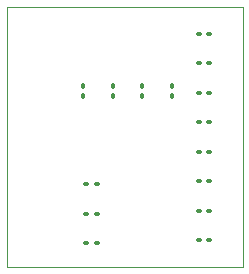
<source format=gtp>
G04 #@! TF.GenerationSoftware,KiCad,Pcbnew,(7.0.0)*
G04 #@! TF.CreationDate,2023-03-10T17:55:38+01:00*
G04 #@! TF.ProjectId,CapacitorBox0201,43617061-6369-4746-9f72-426f78303230,rev?*
G04 #@! TF.SameCoordinates,Original*
G04 #@! TF.FileFunction,Paste,Top*
G04 #@! TF.FilePolarity,Positive*
%FSLAX46Y46*%
G04 Gerber Fmt 4.6, Leading zero omitted, Abs format (unit mm)*
G04 Created by KiCad (PCBNEW (7.0.0)) date 2023-03-10 17:55:38*
%MOMM*%
%LPD*%
G01*
G04 APERTURE LIST*
G04 Aperture macros list*
%AMRoundRect*
0 Rectangle with rounded corners*
0 $1 Rounding radius*
0 $2 $3 $4 $5 $6 $7 $8 $9 X,Y pos of 4 corners*
0 Add a 4 corners polygon primitive as box body*
4,1,4,$2,$3,$4,$5,$6,$7,$8,$9,$2,$3,0*
0 Add four circle primitives for the rounded corners*
1,1,$1+$1,$2,$3*
1,1,$1+$1,$4,$5*
1,1,$1+$1,$6,$7*
1,1,$1+$1,$8,$9*
0 Add four rect primitives between the rounded corners*
20,1,$1+$1,$2,$3,$4,$5,0*
20,1,$1+$1,$4,$5,$6,$7,0*
20,1,$1+$1,$6,$7,$8,$9,0*
20,1,$1+$1,$8,$9,$2,$3,0*%
G04 Aperture macros list end*
%ADD10RoundRect,0.090000X-0.139000X-0.090000X0.139000X-0.090000X0.139000X0.090000X-0.139000X0.090000X0*%
%ADD11RoundRect,0.090000X-0.090000X0.139000X-0.090000X-0.139000X0.090000X-0.139000X0.090000X0.139000X0*%
G04 #@! TA.AperFunction,Profile*
%ADD12C,0.100000*%
G04 #@! TD*
G04 APERTURE END LIST*
D10*
X118132500Y-119750000D03*
X117267500Y-119750000D03*
X117267500Y-117250000D03*
X118132500Y-117250000D03*
D11*
X110000000Y-106667500D03*
X110000000Y-107532500D03*
X112500000Y-107532500D03*
X112500000Y-106667500D03*
X107500000Y-107532500D03*
X107500000Y-106667500D03*
D10*
X108632500Y-117500000D03*
X107767500Y-117500000D03*
D11*
X115000000Y-107532500D03*
X115000000Y-106667500D03*
D10*
X117267500Y-114750000D03*
X118132500Y-114750000D03*
X118132500Y-104750000D03*
X117267500Y-104750000D03*
X117267500Y-107250000D03*
X118132500Y-107250000D03*
X118132500Y-102250000D03*
X117267500Y-102250000D03*
X118132500Y-112250000D03*
X117267500Y-112250000D03*
X107767500Y-115000000D03*
X108632500Y-115000000D03*
X118132500Y-109750000D03*
X117267500Y-109750000D03*
X107767500Y-120000000D03*
X108632500Y-120000000D03*
D12*
X101000000Y-100000000D02*
X121000000Y-100000000D01*
X121000000Y-100000000D02*
X121000000Y-122000000D01*
X121000000Y-122000000D02*
X101000000Y-122000000D01*
X101000000Y-100000000D02*
X101000000Y-122000000D01*
M02*

</source>
